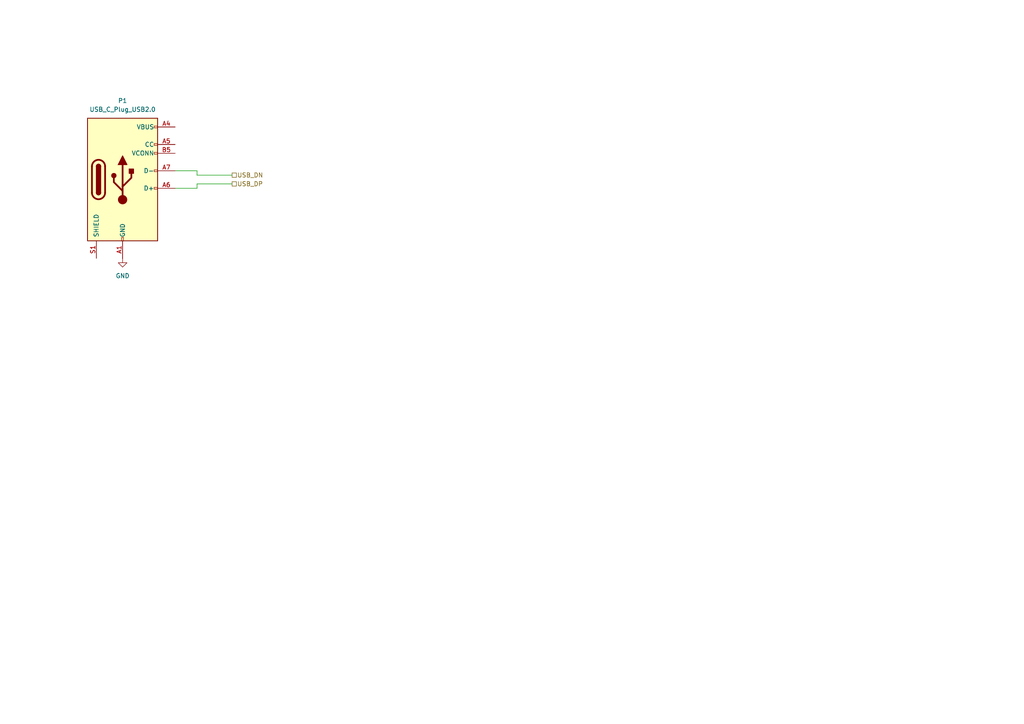
<source format=kicad_sch>
(kicad_sch (version 20231120) (generator "eeschema") (generator_version "8.0")
  (paper "A4")
  (lib_symbols
    (symbol "Connector:USB_C_Plug_USB2.0" (pin_names (offset 1.016))
      (property "Reference" "P" (at -10.16 19.05 0))
      (property "Value" "USB_C_Plug_USB2.0" (at 12.7 19.05 0))
      (symbol "USB_C_Plug_USB2.0_0_0"
        (rectangle (start -0.254 -17.78) (end 0.254 -16.764))
        (rectangle (start 10.16 -2.286) (end 9.144 -2.794))
        (rectangle (start 10.16 2.794) (end 9.144 2.286))
        (rectangle (start 10.16 7.874) (end 9.144 7.366))
        (rectangle (start 10.16 10.414) (end 9.144 9.906))
        (rectangle (start 10.16 15.494) (end 9.144 14.986))
      )
      (symbol "USB_C_Plug_USB2.0_0_1"
        (rectangle (start -10.16 17.78) (end 10.16 -17.78) (stroke (width 0.254)) (fill (type background)))
        (arc (start -8.89 -3.81) (mid -6.985 -5.7067) (end -5.08 -3.81) (stroke (width 0.508)))
        (arc (start -7.62 -3.81) (mid -6.985 -4.4423) (end -6.35 -3.81) (stroke (width 0.254)))
        (arc (start -7.62 -3.81) (mid -6.985 -4.4423) (end -6.35 -3.81) (stroke (width 0.254)) (fill (type outline)))
        (rectangle (start -7.62 -3.81) (end -6.35 3.81) (stroke (width 0.254)) (fill (type outline)))
        (arc (start -6.35 3.81) (mid -6.985 4.4423) (end -7.62 3.81) (stroke (width 0.254)))
        (arc (start -6.35 3.81) (mid -6.985 4.4423) (end -7.62 3.81) (stroke (width 0.254)) (fill (type outline)))
        (arc (start -5.08 3.81) (mid -6.985 5.7067) (end -8.89 3.81) (stroke (width 0.508)))
        (circle (center -2.54 1.143) (radius 0.635) (stroke (width 0.254)) (fill (type outline)))
        (circle (center 0 -5.842) (radius 1.27) (fill (type outline)))
        (polyline (pts (xy -8.89 -3.81) (xy -8.89 3.81)) (stroke (width 0.508)))
        (polyline (pts (xy -5.08 3.81) (xy -5.08 -3.81)) (stroke (width 0.508)))
        (polyline (pts (xy 0 -5.842) (xy 0 4.318)) (stroke (width 0.508)))
        (polyline (pts (xy 0 -3.302) (xy -2.54 -0.762) (xy -2.54 0.508)) (stroke (width 0.508)))
        (polyline (pts (xy 0 -2.032) (xy 2.54 0.508) (xy 2.54 1.778)) (stroke (width 0.508)))
        (polyline (pts (xy -1.27 4.318) (xy 0 6.858) (xy 1.27 4.318) (xy -1.27 4.318)) (stroke (width 0.254)) (fill (type outline)))
        (rectangle (start 1.905 1.778) (end 3.175 3.048) (stroke (width 0.254)) (fill (type outline)))
      )
      (symbol "USB_C_Plug_USB2.0_1_1"
        (pin passive line (at 0 -22.86 90) (length 5.08) (name "GND") (number "A1"))
        (pin passive line (at 0 -22.86 90) (length 5.08) hide (name "GND") (number "A12"))
        (pin passive line (at 15.24 15.24 180) (length 5.08) (name "VBUS") (number "A4"))
        (pin bidirectional line (at 15.24 10.16 180) (length 5.08) (name "CC") (number "A5"))
        (pin bidirectional line (at 15.24 -2.54 180) (length 5.08) (name "D+") (number "A6"))
        (pin bidirectional line (at 15.24 2.54 180) (length 5.08) (name "D-") (number "A7"))
        (pin passive line (at 15.24 15.24 180) (length 5.08) hide (name "VBUS") (number "A9"))
        (pin passive line (at 0 -22.86 90) (length 5.08) hide (name "GND") (number "B1"))
        (pin passive line (at 0 -22.86 90) (length 5.08) hide (name "GND") (number "B12"))
        (pin passive line (at 15.24 15.24 180) (length 5.08) hide (name "VBUS") (number "B4"))
        (pin bidirectional line (at 15.24 7.62 180) (length 5.08) (name "VCONN") (number "B5"))
        (pin passive line (at 15.24 15.24 180) (length 5.08) hide (name "VBUS") (number "B9"))
        (pin passive line (at -7.62 -22.86 90) (length 5.08) (name "SHIELD") (number "S1"))
      )
    )
    (symbol "power:GND" (power) (pin_numbers hide) (pin_names (offset 0) hide)
      (property "Value" "GND" (at 0 -3.81 0))
      (symbol "GND_0_1"
        (polyline (pts (xy 0 0) (xy 0 -1.27) (xy 1.27 -1.27) (xy 0 -2.54) (xy -1.27 -1.27) (xy 0 -1.27)))
      )
      (symbol "GND_1_1"
        (pin power_in line (at 0 0 270) (length 0) (name "~") (number "1"))
      )
    )
  )
  (wire (pts (xy 57.15 54.61) (xy 57.15 53.34)))
  (wire (pts (xy 57.15 50.8) (xy 57.15 49.53)))
  (wire (pts (xy 57.15 53.34) (xy 67.31 53.34)))
  (wire (pts (xy 67.31 50.8) (xy 57.15 50.8)))
  (wire (pts (xy 50.8 54.61) (xy 57.15 54.61)))
  (wire (pts (xy 57.15 49.53) (xy 50.8 49.53)))
  (hierarchical_label "USB_DN" (shape passive) (at 67.31 50.8 0))
  (hierarchical_label "USB_DP" (shape passive) (at 67.31 53.34 0))
  (symbol (lib_id "power:GND") (at 35.56 74.93 0) (unit 1)
    (property "Reference" "#PWR034" (effects (hide yes)))
    (property "Value" "GND" (at 35.56 80.01 0))
    (property "Description" "Power symbol creates a global label with name \"GND\" , ground" (effects (hide yes)))
  )
  (symbol (lib_id "Connector:USB_C_Plug_USB2.0") (at 35.56 52.07 0) (unit 1)
    (property "Reference" "P1" (at 35.56 29.21 0))
    (property "Value" "USB_C_Plug_USB2.0" (at 35.56 31.75 0))
    (property "Footprint" "Connector_USB:USB_Micro-B_Molex-105133-0001" (effects (hide yes)))
    (property "Datasheet" "https://www.usb.org/sites/default/files/documents/usb_type-c.zip" (effects (hide yes)))
    (property "Description" "USB 2.0-only Type-C Plug connector" (effects (hide yes)))
  )
)
</source>
